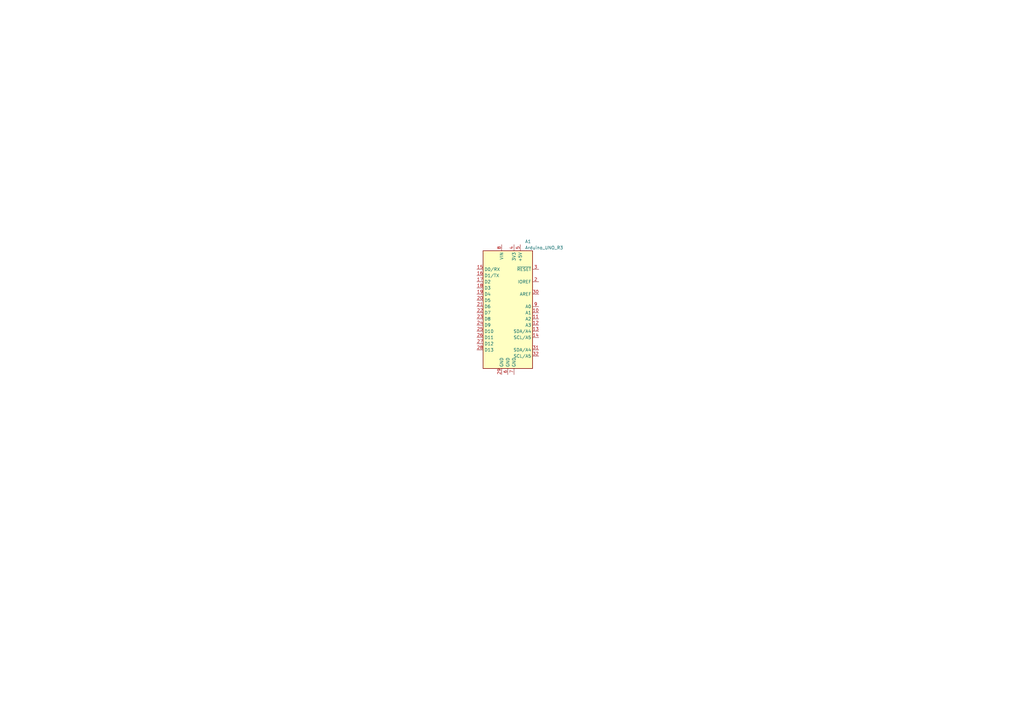
<source format=kicad_sch>
(kicad_sch (version 20230121) (generator eeschema)
  (paper "A3")
  (lib_symbols
    (symbol "MCU_Module:Arduino_UNO_R3"
      (property "Reference" "A" (at -10.16 23.495 0))
      (property "Value" "Arduino_UNO_R3" (at 5.08 -26.67 0))
      (symbol "Arduino_UNO_R3_0_1"
        (rectangle (start -10.16 22.86) (end 10.16 -25.4) (stroke (width 0.254)) (fill (type background)))
      )
      (symbol "Arduino_UNO_R3_1_1"
        (pin no_connect line (at -10.16 -20.32 0) (length 2.54) hide (name "NC") (number "1"))
        (pin bidirectional line (at 12.7 -2.54 180) (length 2.54) (name "A1") (number "10"))
        (pin bidirectional line (at 12.7 -5.08 180) (length 2.54) (name "A2") (number "11"))
        (pin bidirectional line (at 12.7 -7.62 180) (length 2.54) (name "A3") (number "12"))
        (pin bidirectional line (at 12.7 -10.16 180) (length 2.54) (name "SDA/A4") (number "13"))
        (pin bidirectional line (at 12.7 -12.7 180) (length 2.54) (name "SCL/A5") (number "14"))
        (pin bidirectional line (at -12.7 15.24 0) (length 2.54) (name "D0/RX") (number "15"))
        (pin bidirectional line (at -12.7 12.7 0) (length 2.54) (name "D1/TX") (number "16"))
        (pin bidirectional line (at -12.7 10.16 0) (length 2.54) (name "D2") (number "17"))
        (pin bidirectional line (at -12.7 7.62 0) (length 2.54) (name "D3") (number "18"))
        (pin bidirectional line (at -12.7 5.08 0) (length 2.54) (name "D4") (number "19"))
        (pin output line (at 12.7 10.16 180) (length 2.54) (name "IOREF") (number "2"))
        (pin bidirectional line (at -12.7 2.54 0) (length 2.54) (name "D5") (number "20"))
        (pin bidirectional line (at -12.7 0 0) (length 2.54) (name "D6") (number "21"))
        (pin bidirectional line (at -12.7 -2.54 0) (length 2.54) (name "D7") (number "22"))
        (pin bidirectional line (at -12.7 -5.08 0) (length 2.54) (name "D8") (number "23"))
        (pin bidirectional line (at -12.7 -7.62 0) (length 2.54) (name "D9") (number "24"))
        (pin bidirectional line (at -12.7 -10.16 0) (length 2.54) (name "D10") (number "25"))
        (pin bidirectional line (at -12.7 -12.7 0) (length 2.54) (name "D11") (number "26"))
        (pin bidirectional line (at -12.7 -15.24 0) (length 2.54) (name "D12") (number "27"))
        (pin bidirectional line (at -12.7 -17.78 0) (length 2.54) (name "D13") (number "28"))
        (pin power_in line (at -2.54 -27.94 90) (length 2.54) (name "GND") (number "29"))
        (pin input line (at 12.7 15.24 180) (length 2.54) (name "~{RESET}") (number "3"))
        (pin input line (at 12.7 5.08 180) (length 2.54) (name "AREF") (number "30"))
        (pin bidirectional line (at 12.7 -17.78 180) (length 2.54) (name "SDA/A4") (number "31"))
        (pin bidirectional line (at 12.7 -20.32 180) (length 2.54) (name "SCL/A5") (number "32"))
        (pin power_out line (at 2.54 25.4 270) (length 2.54) (name "3V3") (number "4"))
        (pin power_out line (at 5.08 25.4 270) (length 2.54) (name "+5V") (number "5"))
        (pin power_in line (at 0 -27.94 90) (length 2.54) (name "GND") (number "6"))
        (pin power_in line (at 2.54 -27.94 90) (length 2.54) (name "GND") (number "7"))
        (pin power_in line (at -2.54 25.4 270) (length 2.54) (name "VIN") (number "8"))
        (pin bidirectional line (at 12.7 0 180) (length 2.54) (name "A0") (number "9"))
      )
    )
  )
  (symbol (lib_id "MCU_Module:Arduino_UNO_R3") (at 208.28 125.73 0) (unit 1)
    (property "Reference" "A1" (at 215.3159 99.06 0) (effects (justify left)))
    (property "Value" "Arduino_UNO_R3" (at 215.3159 101.6 0) (effects (justify left)))
    (property "Footprint" "Module:Arduino_UNO_R3" (effects hide))
    (property "Datasheet" "https://www.arduino.cc/en/Main/arduinoBoardUno" (effects hide))
  )
)
</source>
